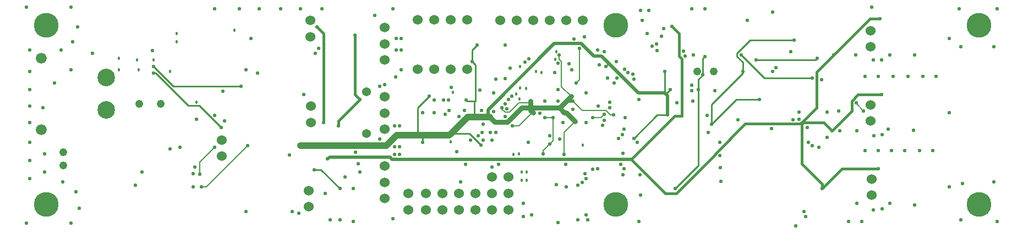
<source format=gbr>
G04 EAGLE Gerber RS-274X export*
G75*
%MOMM*%
%FSLAX34Y34*%
%LPD*%
%INCopper Layer 2*%
%IPPOS*%
%AMOC8*
5,1,8,0,0,1.08239X$1,22.5*%
G01*
%ADD10C,1.524000*%
%ADD11C,1.371600*%
%ADD12C,1.219200*%
%ADD13C,3.816000*%
%ADD14C,2.705100*%
%ADD15C,1.676400*%
%ADD16C,0.553200*%
%ADD17C,0.457200*%
%ADD18C,0.203200*%
%ADD19C,0.254000*%
%ADD20C,1.016000*%
%ADD21C,0.762000*%
%ADD22C,0.508000*%
%ADD23C,0.381000*%


D10*
X445770Y187960D03*
X445770Y162560D03*
X444805Y320294D03*
X444805Y294894D03*
X723900Y78740D03*
X723900Y53340D03*
X723900Y27940D03*
D11*
X530860Y145300D03*
X530860Y210300D03*
D12*
X181610Y191770D03*
X214630Y191770D03*
D10*
X595630Y27940D03*
X595630Y53340D03*
X622300Y53340D03*
X647700Y53340D03*
X673100Y53340D03*
X698500Y53340D03*
D13*
X1473200Y312420D03*
X1473200Y36830D03*
X38100Y36830D03*
D10*
X647700Y27940D03*
X622300Y27940D03*
X308610Y135890D03*
X308610Y110890D03*
X685800Y321310D03*
X685800Y245110D03*
X660400Y321310D03*
X660400Y245110D03*
X635000Y321310D03*
X635000Y245110D03*
X609600Y321310D03*
X609600Y245110D03*
D14*
X130810Y182010D03*
X130810Y232010D03*
D15*
X30810Y152010D03*
X30810Y262010D03*
D12*
X64770Y116840D03*
X64770Y96840D03*
D10*
X749300Y78740D03*
X749300Y53340D03*
X749300Y27940D03*
X558800Y259080D03*
X558800Y284081D03*
X558800Y309082D03*
X558800Y152400D03*
X558800Y177401D03*
X558800Y202402D03*
X736600Y320040D03*
X762000Y320040D03*
X787400Y320040D03*
X812800Y320040D03*
X838200Y320040D03*
X863600Y320040D03*
X698500Y27940D03*
X673100Y27940D03*
D12*
X1065530Y241300D03*
X1040130Y241300D03*
D13*
X914400Y312420D03*
X914400Y36830D03*
D10*
X1306830Y279400D03*
X1306830Y304400D03*
X558800Y45720D03*
X558800Y70721D03*
X558800Y95722D03*
X441960Y33020D03*
X441960Y58020D03*
X1306830Y165100D03*
X1306830Y190100D03*
X1308100Y50800D03*
X1308100Y75800D03*
D13*
X38100Y312420D03*
D16*
X744474Y230124D03*
X915559Y256937D03*
X984893Y295534D03*
X977900Y273474D03*
X825500Y213360D03*
X825500Y195580D03*
X805178Y195580D03*
X798294Y176812D03*
X779852Y132152D03*
X833120Y162814D03*
X868680Y162814D03*
X848360Y182880D03*
X868680Y208280D03*
X723900Y93980D03*
X675640Y71120D03*
X838200Y63500D03*
X510540Y60960D03*
X412343Y112543D03*
X416560Y25400D03*
X1372870Y151130D03*
X1374140Y35560D03*
X1374140Y266700D03*
X1239520Y139700D03*
X1259586Y150114D03*
X1066800Y211650D03*
X1031758Y220373D03*
X850862Y291536D03*
X673735Y172085D03*
X929033Y170511D03*
X751840Y246380D03*
X729968Y229334D03*
X1008380Y193040D03*
X201930Y273558D03*
X76200Y7620D03*
X88900Y30480D03*
X83820Y55880D03*
X63500Y71120D03*
X35560Y86360D03*
X12700Y76200D03*
X12700Y104140D03*
X12700Y132080D03*
X12700Y162560D03*
X12700Y187960D03*
X12700Y213360D03*
X12700Y241300D03*
X12700Y274320D03*
X60960Y274320D03*
X78740Y287020D03*
X86360Y309880D03*
X109220Y269240D03*
X76200Y243840D03*
X50800Y223520D03*
X76200Y340360D03*
X335280Y337820D03*
X365760Y337820D03*
X398780Y337820D03*
X363220Y238760D03*
X345440Y243840D03*
X35560Y114300D03*
X185420Y86360D03*
X175260Y66040D03*
X228600Y121920D03*
X243840Y124460D03*
X269240Y167640D03*
X309880Y210820D03*
X312420Y165100D03*
X426720Y22860D03*
X345440Y25400D03*
X474980Y12700D03*
X490220Y12700D03*
X518160Y99060D03*
X551180Y218440D03*
X558800Y220980D03*
X434340Y205740D03*
X452120Y269240D03*
X457200Y276860D03*
X462280Y337820D03*
X571500Y337820D03*
X543560Y327660D03*
X429260Y337820D03*
X297180Y337820D03*
X952500Y335280D03*
X955040Y320040D03*
X965200Y335280D03*
X949960Y10160D03*
X855980Y12700D03*
X868680Y20320D03*
X871220Y12700D03*
X1272540Y10160D03*
X1292860Y10160D03*
X1297940Y119380D03*
X1318260Y119380D03*
X1318260Y233680D03*
X1297940Y233680D03*
X1183640Y271780D03*
X952500Y50800D03*
X772160Y38100D03*
X901700Y231140D03*
X1496060Y279400D03*
X1501140Y337820D03*
X1496060Y71120D03*
X1445260Y279400D03*
X1442720Y337820D03*
X1445260Y12700D03*
X1308100Y340360D03*
X1407160Y233680D03*
X1386840Y233680D03*
X1363980Y233680D03*
X1341120Y233680D03*
X1338580Y119380D03*
X1358900Y119380D03*
X1381760Y119380D03*
X1402080Y119380D03*
X1501140Y10160D03*
X1447800Y68580D03*
X1031240Y337820D03*
X1051560Y337820D03*
X7620Y340360D03*
X7620Y7620D03*
X33020Y185420D03*
D17*
X757682Y113538D03*
D16*
X755678Y157480D03*
D18*
X765838Y157480D01*
X785818Y177460D01*
X785930Y177460D01*
D16*
X785930Y177460D03*
X739140Y185420D03*
X783730Y195580D03*
D18*
X744352Y178336D02*
X739422Y183266D01*
X739422Y185138D02*
X739140Y185420D01*
X739422Y185138D02*
X739422Y183266D01*
X744352Y178336D02*
X751246Y178336D01*
X765950Y193040D02*
X781190Y193040D01*
X783730Y195580D01*
X765950Y193040D02*
X751246Y178336D01*
D16*
X835588Y113864D03*
X852240Y163900D03*
D18*
X835588Y147248D01*
X835588Y113864D01*
X787400Y177460D02*
X785930Y177460D01*
X837860Y177460D02*
X838270Y177870D01*
D16*
X838270Y177870D03*
X911329Y174219D03*
X848360Y195678D03*
D18*
X906392Y174219D02*
X911329Y174219D01*
X906392Y174219D02*
X899536Y181074D01*
X862964Y181074D02*
X848360Y195678D01*
X862964Y181074D02*
X899536Y181074D01*
D16*
X827902Y266700D03*
X845820Y203200D03*
D18*
X827902Y259820D02*
X827902Y266700D01*
X827902Y259820D02*
X831314Y256408D01*
X831314Y217706D02*
X845820Y203200D01*
X831314Y217706D02*
X831314Y256408D01*
D16*
X1296134Y180340D03*
D18*
X1284506Y191968D01*
X1284506Y193040D01*
D16*
X1284506Y193040D03*
X337820Y218440D03*
D19*
X233680Y218440D01*
X203200Y248920D01*
D16*
X203200Y248920D03*
X297180Y173852D03*
X347980Y127000D03*
D18*
X284480Y63500D01*
X276860Y63500D01*
D16*
X276860Y63500D03*
X439420Y127000D03*
D20*
X561866Y127000D01*
X577614Y142748D01*
X609600Y142748D01*
X617220Y142748D01*
X658368Y142748D01*
X687070Y171450D02*
X696976Y171450D01*
X661670Y146050D02*
X658368Y142748D01*
X661670Y146050D02*
X687070Y171450D01*
D19*
X696976Y171450D02*
X696976Y171704D01*
X696976Y195580D01*
X698500Y195580D02*
X698500Y200660D01*
X698500Y251460D01*
X693420Y256540D01*
D16*
X693420Y256540D03*
D19*
X617220Y142748D02*
X617220Y132080D01*
D16*
X617220Y132080D03*
D19*
X661670Y146050D02*
X689836Y146050D01*
X707758Y128128D01*
D16*
X707758Y128128D03*
D19*
X698500Y195580D02*
X696976Y195580D01*
X685630Y195580D01*
X684162Y197048D01*
D16*
X684162Y197048D03*
D19*
X609600Y185420D02*
X609600Y142748D01*
X609600Y185420D02*
X627380Y203200D01*
D16*
X627380Y203200D03*
D19*
X693420Y256540D02*
X693420Y274320D01*
X701040Y281940D01*
D16*
X701040Y281940D03*
D21*
X770146Y185420D02*
X748322Y163596D01*
X728376Y163596D02*
X720522Y171450D01*
X728376Y163596D02*
X748322Y163596D01*
X831850Y189230D02*
X838200Y195580D01*
X845820Y203200D01*
X831850Y189230D02*
X828040Y185420D01*
D20*
X706120Y171450D02*
X696976Y171450D01*
X706120Y171450D02*
X720522Y171450D01*
D21*
X770146Y185420D02*
X784860Y185420D01*
X795020Y185420D01*
X828040Y185420D01*
X784860Y185420D02*
X783730Y186550D01*
X783730Y195580D01*
X828040Y185420D02*
X835590Y177870D01*
X838270Y177870D01*
X852240Y163900D01*
X783730Y181130D02*
X783730Y186550D01*
X783730Y181130D02*
X787400Y177460D01*
D22*
X892684Y265039D02*
X902712Y255012D01*
X949444Y208280D01*
X880718Y265039D02*
X861560Y284198D01*
X880718Y265039D02*
X892684Y265039D01*
X861560Y284198D02*
X820138Y284198D01*
X949444Y208280D02*
X989330Y208280D01*
D19*
X902712Y252924D02*
X902712Y255012D01*
X902712Y252924D02*
X899160Y249372D01*
D16*
X899160Y249372D03*
D19*
X989330Y208280D02*
X990346Y208280D01*
X990854Y208280D01*
X990346Y208280D02*
X988822Y208280D01*
X990346Y208280D02*
X990854Y208280D01*
X993140Y208280D01*
X998220Y213360D01*
D16*
X998220Y213360D03*
D19*
X990346Y208280D02*
X990346Y241018D01*
X990064Y241300D01*
D16*
X990064Y241300D03*
X1226820Y124460D03*
X1061720Y160020D03*
D19*
X1099820Y198120D01*
X1135380Y198120D01*
D16*
X1135380Y198120D03*
X994557Y174137D03*
D22*
X994410Y174285D01*
D19*
X1061720Y160020D02*
X1061720Y190500D01*
X1109980Y238760D02*
X1109980Y241300D01*
D16*
X1109980Y241300D03*
D19*
X1109980Y238760D02*
X1061720Y190500D01*
D16*
X1188720Y289560D03*
D19*
X1101372Y269214D02*
X1101372Y264187D01*
X1109980Y255579D02*
X1109980Y241300D01*
X1109980Y255579D02*
X1101372Y264187D01*
X1101372Y269214D02*
X1121719Y289560D01*
X1188720Y289560D01*
D16*
X942340Y137894D03*
D19*
X978583Y174137D01*
X994557Y174137D01*
D20*
X439420Y127000D02*
X429260Y127000D01*
D16*
X431800Y127000D03*
X837543Y98547D03*
D22*
X990346Y208280D02*
X994410Y204216D01*
X994410Y174285D01*
X848360Y195678D02*
X848262Y195580D01*
X838200Y195580D01*
D16*
X744220Y281940D03*
D18*
X431800Y127000D02*
X429260Y127000D01*
D22*
X706120Y171450D02*
X708688Y174018D01*
X716374Y174018D01*
X718132Y175777D01*
X718132Y182192D01*
X820138Y284198D01*
D17*
X765810Y114300D03*
D16*
X744756Y191770D03*
X889000Y251460D03*
X780895Y261102D03*
X828548Y137160D03*
X775158Y256142D03*
X812856Y142240D03*
X572036Y14704D03*
X886460Y91440D03*
X894080Y158750D03*
X514604Y117094D03*
X826008Y8890D03*
X823261Y67009D03*
X1056640Y147320D03*
X925830Y115570D03*
X949960Y198120D03*
X867410Y83820D03*
X820420Y240030D03*
X825500Y254000D03*
X1018540Y272740D03*
X896921Y272081D03*
X1021080Y265176D03*
X886460Y274320D03*
X1187816Y167273D03*
X942876Y229380D03*
X1257300Y180378D03*
X1239520Y178947D03*
X1196871Y179076D03*
X933450Y239372D03*
X1209040Y154940D03*
X928272Y244977D03*
X1196340Y167640D03*
X941014Y236944D03*
X1076203Y71877D03*
X856714Y66040D03*
X1074420Y132080D03*
X947420Y132080D03*
X918746Y138430D03*
X896620Y166370D03*
X1075803Y92823D03*
X951747Y82014D03*
X925830Y82268D03*
X868680Y76200D03*
X1074420Y111760D03*
X862796Y70655D03*
D17*
X769620Y73406D03*
X769620Y86360D03*
X761492Y206502D03*
X767559Y215900D03*
X792303Y241554D03*
X863600Y128270D03*
X777240Y73406D03*
X777240Y86360D03*
X766826Y198628D03*
X776703Y215167D03*
X800100Y240030D03*
D16*
X924544Y144173D03*
X916206Y231140D03*
X574096Y113284D03*
X574040Y124968D03*
X574040Y157480D03*
X576515Y233089D03*
X576580Y274320D03*
X576580Y292100D03*
X911860Y223520D03*
X927100Y152400D03*
X581914Y113284D03*
X581914Y125222D03*
X582202Y157480D03*
X584200Y243840D03*
X584200Y274320D03*
X584200Y292100D03*
X734267Y98091D03*
X905256Y194310D03*
X842546Y252956D03*
X905868Y185476D03*
X846755Y244081D03*
D17*
X822960Y271780D03*
X821690Y260350D03*
X767334Y248920D03*
D16*
X817880Y170180D03*
D18*
X805178Y170180D01*
D16*
X805178Y170180D03*
X802640Y114300D03*
D18*
X802640Y119380D01*
X813101Y129841D01*
D16*
X813101Y129841D03*
D18*
X813759Y129841D01*
X818670Y134752D01*
X818670Y169390D02*
X817880Y170180D01*
X818670Y169390D02*
X818670Y134752D01*
D16*
X897128Y175260D03*
X878840Y170218D03*
D18*
X897128Y175260D02*
X897288Y175260D01*
X892246Y170218D01*
X878840Y170218D01*
D16*
X858520Y276860D03*
D18*
X858520Y228600D01*
X853440Y223520D01*
D16*
X853440Y223520D03*
X1055037Y173657D03*
X1033780Y266700D03*
X866140Y294640D03*
X307340Y154940D03*
X203200Y238760D03*
D19*
X206894Y238760D01*
X273558Y188722D02*
X307340Y154940D01*
X273558Y188722D02*
X256932Y188722D01*
X206894Y238760D01*
D16*
X297180Y124460D03*
D18*
X274320Y101600D01*
X274320Y82896D01*
D16*
X274320Y82896D03*
X450864Y89994D03*
D19*
X461186Y89994D01*
X490220Y60960D01*
D16*
X490220Y60960D03*
X487680Y157480D03*
D23*
X487680Y165100D01*
X520700Y198120D01*
D16*
X520700Y198120D03*
D23*
X513080Y205740D01*
X513080Y297180D01*
D16*
X513080Y297180D03*
X464820Y162560D03*
X454660Y309880D03*
X1015987Y172707D03*
X1001272Y310392D03*
D23*
X1015987Y260789D02*
X1015987Y172707D01*
X1011837Y299828D02*
X1001272Y310392D01*
X1011837Y264940D02*
X1015987Y260789D01*
X1011837Y264940D02*
X1011837Y299828D01*
D16*
X471438Y106393D03*
D22*
X570492Y105885D02*
X938846Y105885D01*
X567320Y109057D02*
X474103Y109057D01*
X471438Y106393D01*
X567320Y109057D02*
X570492Y105885D01*
D23*
X990933Y53555D02*
X1007915Y53555D01*
X990933Y53555D02*
X938725Y105763D01*
X1232652Y67828D02*
X1232652Y61098D01*
D16*
X1232652Y61098D03*
D23*
X1232652Y67828D02*
X1200954Y99526D01*
X1232652Y61098D02*
X1262994Y91440D01*
X1318260Y91440D01*
D16*
X1318260Y91440D03*
D23*
X464820Y162560D02*
X464820Y299720D01*
X454660Y309880D01*
D16*
X1247140Y149898D03*
D23*
X1200954Y101815D02*
X1200954Y99526D01*
D16*
X1323340Y205740D03*
D23*
X1287727Y205740D01*
D16*
X1249680Y266700D03*
D23*
X1200954Y160020D02*
X1200954Y101815D01*
X1200954Y160020D02*
X1200954Y162775D01*
X1223565Y240585D02*
X1249680Y266700D01*
X1223565Y185386D02*
X1200954Y162775D01*
X1223565Y185386D02*
X1223565Y240585D01*
X1249680Y266700D02*
X1305560Y322580D01*
X1320800Y322580D01*
D16*
X1320800Y322580D03*
D23*
X1067717Y114537D02*
X1067717Y113358D01*
X1067717Y114537D02*
X1113751Y160570D01*
X1198750Y160570D01*
X1200954Y162775D01*
X1067717Y113358D02*
X1007915Y53555D01*
X1200954Y160020D02*
X1203494Y162560D01*
X1234478Y162560D02*
X1247140Y149898D01*
X1234478Y162560D02*
X1203494Y162560D01*
X1247140Y149898D02*
X1277803Y180561D01*
X1277803Y195817D01*
X1287727Y205740D01*
X938846Y105885D02*
X938725Y105763D01*
X938846Y105885D02*
X1005669Y172707D01*
X1015987Y172707D01*
D16*
X922274Y98044D03*
X683260Y98044D03*
X927348Y91192D03*
X682244Y181356D03*
D17*
X327660Y304800D03*
X269240Y194310D03*
X238760Y299720D03*
X238760Y286766D03*
X149860Y261620D03*
X149860Y243840D03*
X180340Y243840D03*
X228600Y241300D03*
X203200Y259390D03*
X177800Y259080D03*
D16*
X1033522Y195958D03*
X1031240Y211650D03*
X1005840Y60960D03*
D19*
X1041400Y96520D01*
X1041400Y213360D01*
D16*
X1041400Y213360D03*
D19*
X1041400Y228953D01*
X1048667Y236220D01*
D16*
X1048667Y236220D03*
D19*
X1048667Y261267D01*
X1051560Y264160D01*
D16*
X1051560Y264160D03*
X970418Y279995D03*
X962660Y299720D03*
X977138Y283718D03*
X988060Y307340D03*
X749274Y197950D03*
X690880Y135664D03*
X710993Y160227D03*
X708254Y181356D03*
X754622Y203298D03*
X705612Y212852D03*
D17*
X664210Y209550D03*
X660654Y132842D03*
D16*
X1211311Y132349D03*
X1206500Y17780D03*
X1191260Y3766D03*
X1216660Y127000D03*
X1204214Y25400D03*
X1323416Y259156D03*
X1310640Y259080D03*
X1336040Y266700D03*
X1283626Y266700D03*
X1427480Y292100D03*
X353060Y292100D03*
X726846Y179332D03*
X746760Y184150D03*
X878840Y90678D03*
X887795Y188025D03*
X264160Y63500D03*
X264160Y83820D03*
X266969Y94249D03*
X551180Y137160D03*
X670306Y118110D03*
X744756Y172204D03*
X772160Y17780D03*
X467360Y53340D03*
X510540Y10160D03*
X784860Y20320D03*
X497840Y78740D03*
X520700Y86360D03*
X726440Y208280D03*
X1324686Y143586D03*
X1311514Y142240D03*
X1333500Y152400D03*
X1286002Y150114D03*
X1427480Y177800D03*
X1324686Y29286D03*
X1310640Y27940D03*
X1336040Y38100D03*
X1285240Y38100D03*
X1427480Y63500D03*
X1154304Y153544D03*
X1102360Y167008D03*
X649380Y197048D03*
X652046Y175552D03*
X708660Y147320D03*
X722094Y147320D03*
X661670Y217204D03*
X617220Y177800D03*
X710466Y135692D03*
X724370Y135692D03*
X635000Y197048D03*
X635000Y177800D03*
X703311Y141971D03*
X730121Y147449D03*
X657602Y197048D03*
X657860Y181356D03*
X1161514Y247650D03*
X1155700Y241300D03*
X1231637Y228337D03*
X1130300Y259080D03*
D19*
X1221740Y259080D01*
X1224280Y261620D01*
D16*
X1224280Y261620D03*
X1216862Y231140D03*
D19*
X1143000Y231140D01*
X1107440Y266700D01*
D16*
X1107440Y266700D03*
X1116888Y320040D03*
X1155700Y332740D03*
M02*

</source>
